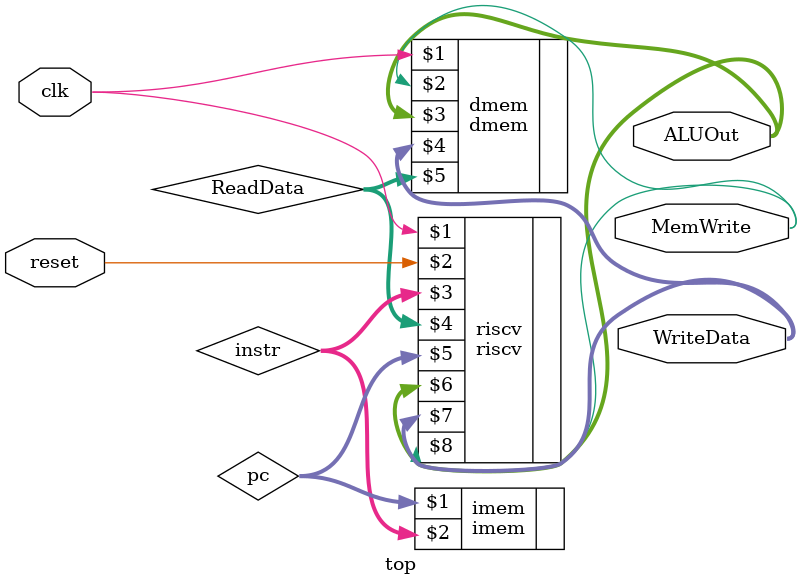
<source format=v>
module top(input clk, reset,
           output [31:0] WriteData, ALUOut,
           output MemWrite);

wire [31:0] instr, ReadData, pc;

riscv riscv(clk, reset, instr, ReadData, pc, ALUOut, WriteData, MemWrite);
dmem dmem(clk, MemWrite, ALUOut, WriteData, ReadData);
imem imem(pc, instr);

endmodule

</source>
